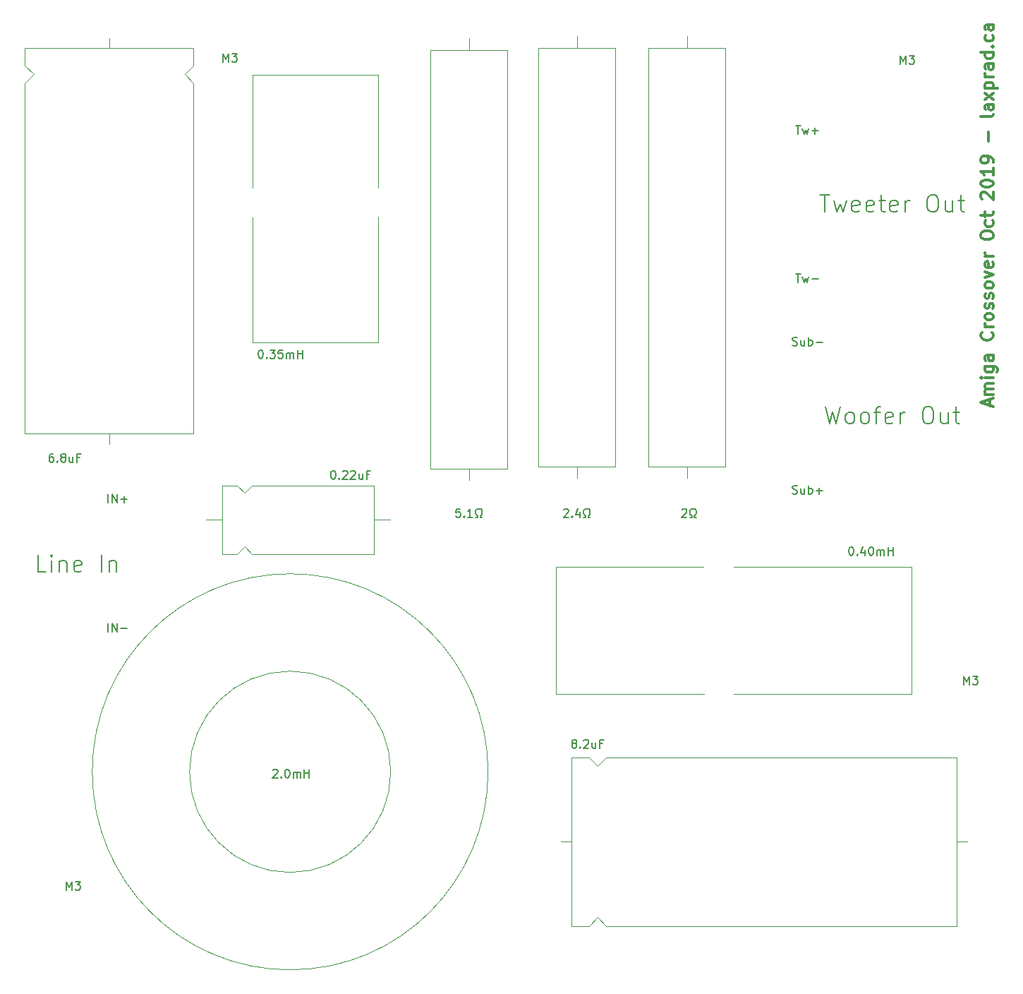
<source format=gbr>
G04 #@! TF.GenerationSoftware,KiCad,Pcbnew,(5.1.4)-1*
G04 #@! TF.CreationDate,2019-10-17T19:09:16-07:00*
G04 #@! TF.ProjectId,amiga crossover,616d6967-6120-4637-926f-73736f766572,0.2*
G04 #@! TF.SameCoordinates,Original*
G04 #@! TF.FileFunction,Legend,Top*
G04 #@! TF.FilePolarity,Positive*
%FSLAX46Y46*%
G04 Gerber Fmt 4.6, Leading zero omitted, Abs format (unit mm)*
G04 Created by KiCad (PCBNEW (5.1.4)-1) date 2019-10-17 19:09:16*
%MOMM*%
%LPD*%
G04 APERTURE LIST*
%ADD10C,0.150000*%
%ADD11C,0.300000*%
%ADD12C,0.120000*%
G04 APERTURE END LIST*
D10*
X106728095Y-89804761D02*
X105775714Y-89804761D01*
X105775714Y-87804761D01*
X107394761Y-89804761D02*
X107394761Y-88471428D01*
X107394761Y-87804761D02*
X107299523Y-87900000D01*
X107394761Y-87995238D01*
X107490000Y-87900000D01*
X107394761Y-87804761D01*
X107394761Y-87995238D01*
X108347142Y-88471428D02*
X108347142Y-89804761D01*
X108347142Y-88661904D02*
X108442380Y-88566666D01*
X108632857Y-88471428D01*
X108918571Y-88471428D01*
X109109047Y-88566666D01*
X109204285Y-88757142D01*
X109204285Y-89804761D01*
X110918571Y-89709523D02*
X110728095Y-89804761D01*
X110347142Y-89804761D01*
X110156666Y-89709523D01*
X110061428Y-89519047D01*
X110061428Y-88757142D01*
X110156666Y-88566666D01*
X110347142Y-88471428D01*
X110728095Y-88471428D01*
X110918571Y-88566666D01*
X111013809Y-88757142D01*
X111013809Y-88947619D01*
X110061428Y-89138095D01*
X113394761Y-89804761D02*
X113394761Y-87804761D01*
X114347142Y-88471428D02*
X114347142Y-89804761D01*
X114347142Y-88661904D02*
X114442380Y-88566666D01*
X114632857Y-88471428D01*
X114918571Y-88471428D01*
X115109047Y-88566666D01*
X115204285Y-88757142D01*
X115204285Y-89804761D01*
D11*
X219960000Y-69882857D02*
X219960000Y-69168571D01*
X220388571Y-70025714D02*
X218888571Y-69525714D01*
X220388571Y-69025714D01*
X220388571Y-68525714D02*
X219388571Y-68525714D01*
X219531428Y-68525714D02*
X219460000Y-68454285D01*
X219388571Y-68311428D01*
X219388571Y-68097142D01*
X219460000Y-67954285D01*
X219602857Y-67882857D01*
X220388571Y-67882857D01*
X219602857Y-67882857D02*
X219460000Y-67811428D01*
X219388571Y-67668571D01*
X219388571Y-67454285D01*
X219460000Y-67311428D01*
X219602857Y-67240000D01*
X220388571Y-67240000D01*
X220388571Y-66525714D02*
X219388571Y-66525714D01*
X218888571Y-66525714D02*
X218960000Y-66597142D01*
X219031428Y-66525714D01*
X218960000Y-66454285D01*
X218888571Y-66525714D01*
X219031428Y-66525714D01*
X219388571Y-65168571D02*
X220602857Y-65168571D01*
X220745714Y-65240000D01*
X220817142Y-65311428D01*
X220888571Y-65454285D01*
X220888571Y-65668571D01*
X220817142Y-65811428D01*
X220317142Y-65168571D02*
X220388571Y-65311428D01*
X220388571Y-65597142D01*
X220317142Y-65740000D01*
X220245714Y-65811428D01*
X220102857Y-65882857D01*
X219674285Y-65882857D01*
X219531428Y-65811428D01*
X219460000Y-65740000D01*
X219388571Y-65597142D01*
X219388571Y-65311428D01*
X219460000Y-65168571D01*
X220388571Y-63811428D02*
X219602857Y-63811428D01*
X219460000Y-63882857D01*
X219388571Y-64025714D01*
X219388571Y-64311428D01*
X219460000Y-64454285D01*
X220317142Y-63811428D02*
X220388571Y-63954285D01*
X220388571Y-64311428D01*
X220317142Y-64454285D01*
X220174285Y-64525714D01*
X220031428Y-64525714D01*
X219888571Y-64454285D01*
X219817142Y-64311428D01*
X219817142Y-63954285D01*
X219745714Y-63811428D01*
X220245714Y-61097142D02*
X220317142Y-61168571D01*
X220388571Y-61382857D01*
X220388571Y-61525714D01*
X220317142Y-61740000D01*
X220174285Y-61882857D01*
X220031428Y-61954285D01*
X219745714Y-62025714D01*
X219531428Y-62025714D01*
X219245714Y-61954285D01*
X219102857Y-61882857D01*
X218960000Y-61740000D01*
X218888571Y-61525714D01*
X218888571Y-61382857D01*
X218960000Y-61168571D01*
X219031428Y-61097142D01*
X220388571Y-60454285D02*
X219388571Y-60454285D01*
X219674285Y-60454285D02*
X219531428Y-60382857D01*
X219460000Y-60311428D01*
X219388571Y-60168571D01*
X219388571Y-60025714D01*
X220388571Y-59311428D02*
X220317142Y-59454285D01*
X220245714Y-59525714D01*
X220102857Y-59597142D01*
X219674285Y-59597142D01*
X219531428Y-59525714D01*
X219460000Y-59454285D01*
X219388571Y-59311428D01*
X219388571Y-59097142D01*
X219460000Y-58954285D01*
X219531428Y-58882857D01*
X219674285Y-58811428D01*
X220102857Y-58811428D01*
X220245714Y-58882857D01*
X220317142Y-58954285D01*
X220388571Y-59097142D01*
X220388571Y-59311428D01*
X220317142Y-58240000D02*
X220388571Y-58097142D01*
X220388571Y-57811428D01*
X220317142Y-57668571D01*
X220174285Y-57597142D01*
X220102857Y-57597142D01*
X219960000Y-57668571D01*
X219888571Y-57811428D01*
X219888571Y-58025714D01*
X219817142Y-58168571D01*
X219674285Y-58240000D01*
X219602857Y-58240000D01*
X219460000Y-58168571D01*
X219388571Y-58025714D01*
X219388571Y-57811428D01*
X219460000Y-57668571D01*
X220317142Y-57025714D02*
X220388571Y-56882857D01*
X220388571Y-56597142D01*
X220317142Y-56454285D01*
X220174285Y-56382857D01*
X220102857Y-56382857D01*
X219960000Y-56454285D01*
X219888571Y-56597142D01*
X219888571Y-56811428D01*
X219817142Y-56954285D01*
X219674285Y-57025714D01*
X219602857Y-57025714D01*
X219460000Y-56954285D01*
X219388571Y-56811428D01*
X219388571Y-56597142D01*
X219460000Y-56454285D01*
X220388571Y-55525714D02*
X220317142Y-55668571D01*
X220245714Y-55740000D01*
X220102857Y-55811428D01*
X219674285Y-55811428D01*
X219531428Y-55740000D01*
X219460000Y-55668571D01*
X219388571Y-55525714D01*
X219388571Y-55311428D01*
X219460000Y-55168571D01*
X219531428Y-55097142D01*
X219674285Y-55025714D01*
X220102857Y-55025714D01*
X220245714Y-55097142D01*
X220317142Y-55168571D01*
X220388571Y-55311428D01*
X220388571Y-55525714D01*
X219388571Y-54525714D02*
X220388571Y-54168571D01*
X219388571Y-53811428D01*
X220317142Y-52668571D02*
X220388571Y-52811428D01*
X220388571Y-53097142D01*
X220317142Y-53240000D01*
X220174285Y-53311428D01*
X219602857Y-53311428D01*
X219460000Y-53240000D01*
X219388571Y-53097142D01*
X219388571Y-52811428D01*
X219460000Y-52668571D01*
X219602857Y-52597142D01*
X219745714Y-52597142D01*
X219888571Y-53311428D01*
X220388571Y-51954285D02*
X219388571Y-51954285D01*
X219674285Y-51954285D02*
X219531428Y-51882857D01*
X219460000Y-51811428D01*
X219388571Y-51668571D01*
X219388571Y-51525714D01*
X218888571Y-49597142D02*
X218888571Y-49311428D01*
X218960000Y-49168571D01*
X219102857Y-49025714D01*
X219388571Y-48954285D01*
X219888571Y-48954285D01*
X220174285Y-49025714D01*
X220317142Y-49168571D01*
X220388571Y-49311428D01*
X220388571Y-49597142D01*
X220317142Y-49740000D01*
X220174285Y-49882857D01*
X219888571Y-49954285D01*
X219388571Y-49954285D01*
X219102857Y-49882857D01*
X218960000Y-49740000D01*
X218888571Y-49597142D01*
X220317142Y-47668571D02*
X220388571Y-47811428D01*
X220388571Y-48097142D01*
X220317142Y-48240000D01*
X220245714Y-48311428D01*
X220102857Y-48382857D01*
X219674285Y-48382857D01*
X219531428Y-48311428D01*
X219460000Y-48240000D01*
X219388571Y-48097142D01*
X219388571Y-47811428D01*
X219460000Y-47668571D01*
X219388571Y-47240000D02*
X219388571Y-46668571D01*
X218888571Y-47025714D02*
X220174285Y-47025714D01*
X220317142Y-46954285D01*
X220388571Y-46811428D01*
X220388571Y-46668571D01*
X219031428Y-45097142D02*
X218960000Y-45025714D01*
X218888571Y-44882857D01*
X218888571Y-44525714D01*
X218960000Y-44382857D01*
X219031428Y-44311428D01*
X219174285Y-44240000D01*
X219317142Y-44240000D01*
X219531428Y-44311428D01*
X220388571Y-45168571D01*
X220388571Y-44240000D01*
X218888571Y-43311428D02*
X218888571Y-43168571D01*
X218960000Y-43025714D01*
X219031428Y-42954285D01*
X219174285Y-42882857D01*
X219460000Y-42811428D01*
X219817142Y-42811428D01*
X220102857Y-42882857D01*
X220245714Y-42954285D01*
X220317142Y-43025714D01*
X220388571Y-43168571D01*
X220388571Y-43311428D01*
X220317142Y-43454285D01*
X220245714Y-43525714D01*
X220102857Y-43597142D01*
X219817142Y-43668571D01*
X219460000Y-43668571D01*
X219174285Y-43597142D01*
X219031428Y-43525714D01*
X218960000Y-43454285D01*
X218888571Y-43311428D01*
X220388571Y-41382857D02*
X220388571Y-42240000D01*
X220388571Y-41811428D02*
X218888571Y-41811428D01*
X219102857Y-41954285D01*
X219245714Y-42097142D01*
X219317142Y-42240000D01*
X220388571Y-40668571D02*
X220388571Y-40382857D01*
X220317142Y-40240000D01*
X220245714Y-40168571D01*
X220031428Y-40025714D01*
X219745714Y-39954285D01*
X219174285Y-39954285D01*
X219031428Y-40025714D01*
X218960000Y-40097142D01*
X218888571Y-40240000D01*
X218888571Y-40525714D01*
X218960000Y-40668571D01*
X219031428Y-40740000D01*
X219174285Y-40811428D01*
X219531428Y-40811428D01*
X219674285Y-40740000D01*
X219745714Y-40668571D01*
X219817142Y-40525714D01*
X219817142Y-40240000D01*
X219745714Y-40097142D01*
X219674285Y-40025714D01*
X219531428Y-39954285D01*
X219817142Y-38168571D02*
X219817142Y-37025714D01*
X220388571Y-34954285D02*
X220317142Y-35097142D01*
X220174285Y-35168571D01*
X218888571Y-35168571D01*
X220388571Y-33740000D02*
X219602857Y-33740000D01*
X219460000Y-33811428D01*
X219388571Y-33954285D01*
X219388571Y-34240000D01*
X219460000Y-34382857D01*
X220317142Y-33740000D02*
X220388571Y-33882857D01*
X220388571Y-34240000D01*
X220317142Y-34382857D01*
X220174285Y-34454285D01*
X220031428Y-34454285D01*
X219888571Y-34382857D01*
X219817142Y-34240000D01*
X219817142Y-33882857D01*
X219745714Y-33740000D01*
X220388571Y-33168571D02*
X219388571Y-32382857D01*
X219388571Y-33168571D02*
X220388571Y-32382857D01*
X219388571Y-31811428D02*
X220888571Y-31811428D01*
X219460000Y-31811428D02*
X219388571Y-31668571D01*
X219388571Y-31382857D01*
X219460000Y-31240000D01*
X219531428Y-31168571D01*
X219674285Y-31097142D01*
X220102857Y-31097142D01*
X220245714Y-31168571D01*
X220317142Y-31240000D01*
X220388571Y-31382857D01*
X220388571Y-31668571D01*
X220317142Y-31811428D01*
X220388571Y-30454285D02*
X219388571Y-30454285D01*
X219674285Y-30454285D02*
X219531428Y-30382857D01*
X219460000Y-30311428D01*
X219388571Y-30168571D01*
X219388571Y-30025714D01*
X220388571Y-28882857D02*
X219602857Y-28882857D01*
X219460000Y-28954285D01*
X219388571Y-29097142D01*
X219388571Y-29382857D01*
X219460000Y-29525714D01*
X220317142Y-28882857D02*
X220388571Y-29025714D01*
X220388571Y-29382857D01*
X220317142Y-29525714D01*
X220174285Y-29597142D01*
X220031428Y-29597142D01*
X219888571Y-29525714D01*
X219817142Y-29382857D01*
X219817142Y-29025714D01*
X219745714Y-28882857D01*
X220388571Y-27525714D02*
X218888571Y-27525714D01*
X220317142Y-27525714D02*
X220388571Y-27668571D01*
X220388571Y-27954285D01*
X220317142Y-28097142D01*
X220245714Y-28168571D01*
X220102857Y-28240000D01*
X219674285Y-28240000D01*
X219531428Y-28168571D01*
X219460000Y-28097142D01*
X219388571Y-27954285D01*
X219388571Y-27668571D01*
X219460000Y-27525714D01*
X220245714Y-26811428D02*
X220317142Y-26740000D01*
X220388571Y-26811428D01*
X220317142Y-26882857D01*
X220245714Y-26811428D01*
X220388571Y-26811428D01*
X220317142Y-25454285D02*
X220388571Y-25597142D01*
X220388571Y-25882857D01*
X220317142Y-26025714D01*
X220245714Y-26097142D01*
X220102857Y-26168571D01*
X219674285Y-26168571D01*
X219531428Y-26097142D01*
X219460000Y-26025714D01*
X219388571Y-25882857D01*
X219388571Y-25597142D01*
X219460000Y-25454285D01*
X220388571Y-24168571D02*
X219602857Y-24168571D01*
X219460000Y-24240000D01*
X219388571Y-24382857D01*
X219388571Y-24668571D01*
X219460000Y-24811428D01*
X220317142Y-24168571D02*
X220388571Y-24311428D01*
X220388571Y-24668571D01*
X220317142Y-24811428D01*
X220174285Y-24882857D01*
X220031428Y-24882857D01*
X219888571Y-24811428D01*
X219817142Y-24668571D01*
X219817142Y-24311428D01*
X219745714Y-24168571D01*
D10*
X199613333Y-44624761D02*
X200756190Y-44624761D01*
X200184761Y-46624761D02*
X200184761Y-44624761D01*
X201232380Y-45291428D02*
X201613333Y-46624761D01*
X201994285Y-45672380D01*
X202375238Y-46624761D01*
X202756190Y-45291428D01*
X204280000Y-46529523D02*
X204089523Y-46624761D01*
X203708571Y-46624761D01*
X203518095Y-46529523D01*
X203422857Y-46339047D01*
X203422857Y-45577142D01*
X203518095Y-45386666D01*
X203708571Y-45291428D01*
X204089523Y-45291428D01*
X204280000Y-45386666D01*
X204375238Y-45577142D01*
X204375238Y-45767619D01*
X203422857Y-45958095D01*
X205994285Y-46529523D02*
X205803809Y-46624761D01*
X205422857Y-46624761D01*
X205232380Y-46529523D01*
X205137142Y-46339047D01*
X205137142Y-45577142D01*
X205232380Y-45386666D01*
X205422857Y-45291428D01*
X205803809Y-45291428D01*
X205994285Y-45386666D01*
X206089523Y-45577142D01*
X206089523Y-45767619D01*
X205137142Y-45958095D01*
X206660952Y-45291428D02*
X207422857Y-45291428D01*
X206946666Y-44624761D02*
X206946666Y-46339047D01*
X207041904Y-46529523D01*
X207232380Y-46624761D01*
X207422857Y-46624761D01*
X208851428Y-46529523D02*
X208660952Y-46624761D01*
X208280000Y-46624761D01*
X208089523Y-46529523D01*
X207994285Y-46339047D01*
X207994285Y-45577142D01*
X208089523Y-45386666D01*
X208280000Y-45291428D01*
X208660952Y-45291428D01*
X208851428Y-45386666D01*
X208946666Y-45577142D01*
X208946666Y-45767619D01*
X207994285Y-45958095D01*
X209803809Y-46624761D02*
X209803809Y-45291428D01*
X209803809Y-45672380D02*
X209899047Y-45481904D01*
X209994285Y-45386666D01*
X210184761Y-45291428D01*
X210375238Y-45291428D01*
X212946666Y-44624761D02*
X213327619Y-44624761D01*
X213518095Y-44720000D01*
X213708571Y-44910476D01*
X213803809Y-45291428D01*
X213803809Y-45958095D01*
X213708571Y-46339047D01*
X213518095Y-46529523D01*
X213327619Y-46624761D01*
X212946666Y-46624761D01*
X212756190Y-46529523D01*
X212565714Y-46339047D01*
X212470476Y-45958095D01*
X212470476Y-45291428D01*
X212565714Y-44910476D01*
X212756190Y-44720000D01*
X212946666Y-44624761D01*
X215518095Y-45291428D02*
X215518095Y-46624761D01*
X214660952Y-45291428D02*
X214660952Y-46339047D01*
X214756190Y-46529523D01*
X214946666Y-46624761D01*
X215232380Y-46624761D01*
X215422857Y-46529523D01*
X215518095Y-46434285D01*
X216184761Y-45291428D02*
X216946666Y-45291428D01*
X216470476Y-44624761D02*
X216470476Y-46339047D01*
X216565714Y-46529523D01*
X216756190Y-46624761D01*
X216946666Y-46624761D01*
X200280000Y-70024761D02*
X200756190Y-72024761D01*
X201137142Y-70596190D01*
X201518095Y-72024761D01*
X201994285Y-70024761D01*
X203041904Y-72024761D02*
X202851428Y-71929523D01*
X202756190Y-71834285D01*
X202660952Y-71643809D01*
X202660952Y-71072380D01*
X202756190Y-70881904D01*
X202851428Y-70786666D01*
X203041904Y-70691428D01*
X203327619Y-70691428D01*
X203518095Y-70786666D01*
X203613333Y-70881904D01*
X203708571Y-71072380D01*
X203708571Y-71643809D01*
X203613333Y-71834285D01*
X203518095Y-71929523D01*
X203327619Y-72024761D01*
X203041904Y-72024761D01*
X204851428Y-72024761D02*
X204660952Y-71929523D01*
X204565714Y-71834285D01*
X204470476Y-71643809D01*
X204470476Y-71072380D01*
X204565714Y-70881904D01*
X204660952Y-70786666D01*
X204851428Y-70691428D01*
X205137142Y-70691428D01*
X205327619Y-70786666D01*
X205422857Y-70881904D01*
X205518095Y-71072380D01*
X205518095Y-71643809D01*
X205422857Y-71834285D01*
X205327619Y-71929523D01*
X205137142Y-72024761D01*
X204851428Y-72024761D01*
X206089523Y-70691428D02*
X206851428Y-70691428D01*
X206375238Y-72024761D02*
X206375238Y-70310476D01*
X206470476Y-70120000D01*
X206660952Y-70024761D01*
X206851428Y-70024761D01*
X208280000Y-71929523D02*
X208089523Y-72024761D01*
X207708571Y-72024761D01*
X207518095Y-71929523D01*
X207422857Y-71739047D01*
X207422857Y-70977142D01*
X207518095Y-70786666D01*
X207708571Y-70691428D01*
X208089523Y-70691428D01*
X208280000Y-70786666D01*
X208375238Y-70977142D01*
X208375238Y-71167619D01*
X207422857Y-71358095D01*
X209232380Y-72024761D02*
X209232380Y-70691428D01*
X209232380Y-71072380D02*
X209327619Y-70881904D01*
X209422857Y-70786666D01*
X209613333Y-70691428D01*
X209803809Y-70691428D01*
X212375238Y-70024761D02*
X212756190Y-70024761D01*
X212946666Y-70120000D01*
X213137142Y-70310476D01*
X213232380Y-70691428D01*
X213232380Y-71358095D01*
X213137142Y-71739047D01*
X212946666Y-71929523D01*
X212756190Y-72024761D01*
X212375238Y-72024761D01*
X212184761Y-71929523D01*
X211994285Y-71739047D01*
X211899047Y-71358095D01*
X211899047Y-70691428D01*
X211994285Y-70310476D01*
X212184761Y-70120000D01*
X212375238Y-70024761D01*
X214946666Y-70691428D02*
X214946666Y-72024761D01*
X214089523Y-70691428D02*
X214089523Y-71739047D01*
X214184761Y-71929523D01*
X214375238Y-72024761D01*
X214660952Y-72024761D01*
X214851428Y-71929523D01*
X214946666Y-71834285D01*
X215613333Y-70691428D02*
X216375238Y-70691428D01*
X215899047Y-70024761D02*
X215899047Y-71739047D01*
X215994285Y-71929523D01*
X216184761Y-72024761D01*
X216375238Y-72024761D01*
D12*
X217238000Y-122174000D02*
X215998000Y-122174000D01*
X168518000Y-122174000D02*
X169758000Y-122174000D01*
X173958000Y-132294000D02*
X215998000Y-132294000D01*
X172908000Y-131244000D02*
X173958000Y-132294000D01*
X171858000Y-132294000D02*
X172908000Y-131244000D01*
X169758000Y-132294000D02*
X171858000Y-132294000D01*
X173958000Y-112054000D02*
X215998000Y-112054000D01*
X172908000Y-113104000D02*
X173958000Y-112054000D01*
X171858000Y-112054000D02*
X172908000Y-113104000D01*
X169758000Y-112054000D02*
X171858000Y-112054000D01*
X215998000Y-112054000D02*
X215998000Y-132294000D01*
X169758000Y-112054000D02*
X169758000Y-132294000D01*
X148020000Y-83566000D02*
X146080000Y-83566000D01*
X125900000Y-83566000D02*
X127840000Y-83566000D01*
X131440000Y-87686000D02*
X146080000Y-87686000D01*
X130540000Y-86786000D02*
X131440000Y-87686000D01*
X129640000Y-87686000D02*
X130540000Y-86786000D01*
X127840000Y-87686000D02*
X129640000Y-87686000D01*
X131440000Y-79446000D02*
X146080000Y-79446000D01*
X130540000Y-80346000D02*
X131440000Y-79446000D01*
X129640000Y-79446000D02*
X130540000Y-80346000D01*
X127840000Y-79446000D02*
X129640000Y-79446000D01*
X146080000Y-79446000D02*
X146080000Y-87686000D01*
X127840000Y-79446000D02*
X127840000Y-87686000D01*
X114300000Y-74490000D02*
X114300000Y-73250000D01*
X114300000Y-25770000D02*
X114300000Y-27010000D01*
X104180000Y-31210000D02*
X104180000Y-73250000D01*
X105230000Y-30160000D02*
X104180000Y-31210000D01*
X104180000Y-29110000D02*
X105230000Y-30160000D01*
X104180000Y-27010000D02*
X104180000Y-29110000D01*
X124420000Y-31210000D02*
X124420000Y-73250000D01*
X123370000Y-30160000D02*
X124420000Y-31210000D01*
X124420000Y-29110000D02*
X123370000Y-30160000D01*
X124420000Y-27010000D02*
X124420000Y-29110000D01*
X124420000Y-73250000D02*
X104180000Y-73250000D01*
X124420000Y-27010000D02*
X104180000Y-27010000D01*
X148087543Y-113792000D02*
G75*
G03X148087543Y-113792000I-12071543J0D01*
G01*
X159766000Y-113792000D02*
G75*
G03X159766000Y-113792000I-23750000J0D01*
G01*
X131472800Y-43738800D02*
X131472800Y-30183600D01*
X131472800Y-62331600D02*
X131472800Y-47294800D01*
X131472800Y-30183600D02*
X146558000Y-30183600D01*
X146558000Y-62331600D02*
X131472800Y-62331600D01*
X146558000Y-30183600D02*
X146558000Y-43789600D01*
X146558000Y-62331600D02*
X146558000Y-47193200D01*
X167944800Y-104343200D02*
X167944800Y-89204800D01*
X210572000Y-104434000D02*
X210572000Y-89204800D01*
X185667000Y-104434000D02*
X167944800Y-104434000D01*
X210572000Y-104434000D02*
X189237000Y-104434000D01*
X167944800Y-89204800D02*
X185623200Y-89204800D01*
X210566000Y-89204800D02*
X189280800Y-89204800D01*
X170434000Y-25570000D02*
X170434000Y-26950000D01*
X170434000Y-78570000D02*
X170434000Y-77190000D01*
X165814000Y-26950000D02*
X165814000Y-77190000D01*
X175054000Y-26950000D02*
X165814000Y-26950000D01*
X175054000Y-77190000D02*
X175054000Y-26950000D01*
X165814000Y-77190000D02*
X175054000Y-77190000D01*
X183642000Y-25570000D02*
X183642000Y-26950000D01*
X183642000Y-78570000D02*
X183642000Y-77190000D01*
X179022000Y-26950000D02*
X179022000Y-77190000D01*
X188262000Y-26950000D02*
X179022000Y-26950000D01*
X188262000Y-77190000D02*
X188262000Y-26950000D01*
X179022000Y-77190000D02*
X188262000Y-77190000D01*
X157480000Y-25824000D02*
X157480000Y-27204000D01*
X157480000Y-78824000D02*
X157480000Y-77444000D01*
X152860000Y-27204000D02*
X152860000Y-77444000D01*
X162100000Y-27204000D02*
X152860000Y-27204000D01*
X162100000Y-77444000D02*
X162100000Y-27204000D01*
X152860000Y-77444000D02*
X162100000Y-77444000D01*
D10*
X170013523Y-110370952D02*
X169918285Y-110323333D01*
X169870666Y-110275714D01*
X169823047Y-110180476D01*
X169823047Y-110132857D01*
X169870666Y-110037619D01*
X169918285Y-109990000D01*
X170013523Y-109942380D01*
X170204000Y-109942380D01*
X170299238Y-109990000D01*
X170346857Y-110037619D01*
X170394476Y-110132857D01*
X170394476Y-110180476D01*
X170346857Y-110275714D01*
X170299238Y-110323333D01*
X170204000Y-110370952D01*
X170013523Y-110370952D01*
X169918285Y-110418571D01*
X169870666Y-110466190D01*
X169823047Y-110561428D01*
X169823047Y-110751904D01*
X169870666Y-110847142D01*
X169918285Y-110894761D01*
X170013523Y-110942380D01*
X170204000Y-110942380D01*
X170299238Y-110894761D01*
X170346857Y-110847142D01*
X170394476Y-110751904D01*
X170394476Y-110561428D01*
X170346857Y-110466190D01*
X170299238Y-110418571D01*
X170204000Y-110370952D01*
X170823047Y-110847142D02*
X170870666Y-110894761D01*
X170823047Y-110942380D01*
X170775428Y-110894761D01*
X170823047Y-110847142D01*
X170823047Y-110942380D01*
X171251619Y-110037619D02*
X171299238Y-109990000D01*
X171394476Y-109942380D01*
X171632571Y-109942380D01*
X171727809Y-109990000D01*
X171775428Y-110037619D01*
X171823047Y-110132857D01*
X171823047Y-110228095D01*
X171775428Y-110370952D01*
X171204000Y-110942380D01*
X171823047Y-110942380D01*
X172680190Y-110275714D02*
X172680190Y-110942380D01*
X172251619Y-110275714D02*
X172251619Y-110799523D01*
X172299238Y-110894761D01*
X172394476Y-110942380D01*
X172537333Y-110942380D01*
X172632571Y-110894761D01*
X172680190Y-110847142D01*
X173489714Y-110418571D02*
X173156380Y-110418571D01*
X173156380Y-110942380D02*
X173156380Y-109942380D01*
X173632571Y-109942380D01*
X141136952Y-77684380D02*
X141232190Y-77684380D01*
X141327428Y-77732000D01*
X141375047Y-77779619D01*
X141422666Y-77874857D01*
X141470285Y-78065333D01*
X141470285Y-78303428D01*
X141422666Y-78493904D01*
X141375047Y-78589142D01*
X141327428Y-78636761D01*
X141232190Y-78684380D01*
X141136952Y-78684380D01*
X141041714Y-78636761D01*
X140994095Y-78589142D01*
X140946476Y-78493904D01*
X140898857Y-78303428D01*
X140898857Y-78065333D01*
X140946476Y-77874857D01*
X140994095Y-77779619D01*
X141041714Y-77732000D01*
X141136952Y-77684380D01*
X141898857Y-78589142D02*
X141946476Y-78636761D01*
X141898857Y-78684380D01*
X141851238Y-78636761D01*
X141898857Y-78589142D01*
X141898857Y-78684380D01*
X142327428Y-77779619D02*
X142375047Y-77732000D01*
X142470285Y-77684380D01*
X142708380Y-77684380D01*
X142803619Y-77732000D01*
X142851238Y-77779619D01*
X142898857Y-77874857D01*
X142898857Y-77970095D01*
X142851238Y-78112952D01*
X142279809Y-78684380D01*
X142898857Y-78684380D01*
X143279809Y-77779619D02*
X143327428Y-77732000D01*
X143422666Y-77684380D01*
X143660761Y-77684380D01*
X143756000Y-77732000D01*
X143803619Y-77779619D01*
X143851238Y-77874857D01*
X143851238Y-77970095D01*
X143803619Y-78112952D01*
X143232190Y-78684380D01*
X143851238Y-78684380D01*
X144708380Y-78017714D02*
X144708380Y-78684380D01*
X144279809Y-78017714D02*
X144279809Y-78541523D01*
X144327428Y-78636761D01*
X144422666Y-78684380D01*
X144565523Y-78684380D01*
X144660761Y-78636761D01*
X144708380Y-78589142D01*
X145517904Y-78160571D02*
X145184571Y-78160571D01*
X145184571Y-78684380D02*
X145184571Y-77684380D01*
X145660761Y-77684380D01*
X107561238Y-75652380D02*
X107370761Y-75652380D01*
X107275523Y-75700000D01*
X107227904Y-75747619D01*
X107132666Y-75890476D01*
X107085047Y-76080952D01*
X107085047Y-76461904D01*
X107132666Y-76557142D01*
X107180285Y-76604761D01*
X107275523Y-76652380D01*
X107466000Y-76652380D01*
X107561238Y-76604761D01*
X107608857Y-76557142D01*
X107656476Y-76461904D01*
X107656476Y-76223809D01*
X107608857Y-76128571D01*
X107561238Y-76080952D01*
X107466000Y-76033333D01*
X107275523Y-76033333D01*
X107180285Y-76080952D01*
X107132666Y-76128571D01*
X107085047Y-76223809D01*
X108085047Y-76557142D02*
X108132666Y-76604761D01*
X108085047Y-76652380D01*
X108037428Y-76604761D01*
X108085047Y-76557142D01*
X108085047Y-76652380D01*
X108704095Y-76080952D02*
X108608857Y-76033333D01*
X108561238Y-75985714D01*
X108513619Y-75890476D01*
X108513619Y-75842857D01*
X108561238Y-75747619D01*
X108608857Y-75700000D01*
X108704095Y-75652380D01*
X108894571Y-75652380D01*
X108989809Y-75700000D01*
X109037428Y-75747619D01*
X109085047Y-75842857D01*
X109085047Y-75890476D01*
X109037428Y-75985714D01*
X108989809Y-76033333D01*
X108894571Y-76080952D01*
X108704095Y-76080952D01*
X108608857Y-76128571D01*
X108561238Y-76176190D01*
X108513619Y-76271428D01*
X108513619Y-76461904D01*
X108561238Y-76557142D01*
X108608857Y-76604761D01*
X108704095Y-76652380D01*
X108894571Y-76652380D01*
X108989809Y-76604761D01*
X109037428Y-76557142D01*
X109085047Y-76461904D01*
X109085047Y-76271428D01*
X109037428Y-76176190D01*
X108989809Y-76128571D01*
X108894571Y-76080952D01*
X109942190Y-75985714D02*
X109942190Y-76652380D01*
X109513619Y-75985714D02*
X109513619Y-76509523D01*
X109561238Y-76604761D01*
X109656476Y-76652380D01*
X109799333Y-76652380D01*
X109894571Y-76604761D01*
X109942190Y-76557142D01*
X110751714Y-76128571D02*
X110418380Y-76128571D01*
X110418380Y-76652380D02*
X110418380Y-75652380D01*
X110894571Y-75652380D01*
X127968476Y-28646380D02*
X127968476Y-27646380D01*
X128301809Y-28360666D01*
X128635142Y-27646380D01*
X128635142Y-28646380D01*
X129016095Y-27646380D02*
X129635142Y-27646380D01*
X129301809Y-28027333D01*
X129444666Y-28027333D01*
X129539904Y-28074952D01*
X129587523Y-28122571D01*
X129635142Y-28217809D01*
X129635142Y-28455904D01*
X129587523Y-28551142D01*
X129539904Y-28598761D01*
X129444666Y-28646380D01*
X129158952Y-28646380D01*
X129063714Y-28598761D01*
X129016095Y-28551142D01*
X109172476Y-127960380D02*
X109172476Y-126960380D01*
X109505809Y-127674666D01*
X109839142Y-126960380D01*
X109839142Y-127960380D01*
X110220095Y-126960380D02*
X110839142Y-126960380D01*
X110505809Y-127341333D01*
X110648666Y-127341333D01*
X110743904Y-127388952D01*
X110791523Y-127436571D01*
X110839142Y-127531809D01*
X110839142Y-127769904D01*
X110791523Y-127865142D01*
X110743904Y-127912761D01*
X110648666Y-127960380D01*
X110362952Y-127960380D01*
X110267714Y-127912761D01*
X110220095Y-127865142D01*
X209248476Y-28900380D02*
X209248476Y-27900380D01*
X209581809Y-28614666D01*
X209915142Y-27900380D01*
X209915142Y-28900380D01*
X210296095Y-27900380D02*
X210915142Y-27900380D01*
X210581809Y-28281333D01*
X210724666Y-28281333D01*
X210819904Y-28328952D01*
X210867523Y-28376571D01*
X210915142Y-28471809D01*
X210915142Y-28709904D01*
X210867523Y-28805142D01*
X210819904Y-28852761D01*
X210724666Y-28900380D01*
X210438952Y-28900380D01*
X210343714Y-28852761D01*
X210296095Y-28805142D01*
X216868476Y-103322380D02*
X216868476Y-102322380D01*
X217201809Y-103036666D01*
X217535142Y-102322380D01*
X217535142Y-103322380D01*
X217916095Y-102322380D02*
X218535142Y-102322380D01*
X218201809Y-102703333D01*
X218344666Y-102703333D01*
X218439904Y-102750952D01*
X218487523Y-102798571D01*
X218535142Y-102893809D01*
X218535142Y-103131904D01*
X218487523Y-103227142D01*
X218439904Y-103274761D01*
X218344666Y-103322380D01*
X218058952Y-103322380D01*
X217963714Y-103274761D01*
X217916095Y-103227142D01*
X133953523Y-113593619D02*
X134001142Y-113546000D01*
X134096380Y-113498380D01*
X134334476Y-113498380D01*
X134429714Y-113546000D01*
X134477333Y-113593619D01*
X134524952Y-113688857D01*
X134524952Y-113784095D01*
X134477333Y-113926952D01*
X133905904Y-114498380D01*
X134524952Y-114498380D01*
X134953523Y-114403142D02*
X135001142Y-114450761D01*
X134953523Y-114498380D01*
X134905904Y-114450761D01*
X134953523Y-114403142D01*
X134953523Y-114498380D01*
X135620190Y-113498380D02*
X135715428Y-113498380D01*
X135810666Y-113546000D01*
X135858285Y-113593619D01*
X135905904Y-113688857D01*
X135953523Y-113879333D01*
X135953523Y-114117428D01*
X135905904Y-114307904D01*
X135858285Y-114403142D01*
X135810666Y-114450761D01*
X135715428Y-114498380D01*
X135620190Y-114498380D01*
X135524952Y-114450761D01*
X135477333Y-114403142D01*
X135429714Y-114307904D01*
X135382095Y-114117428D01*
X135382095Y-113879333D01*
X135429714Y-113688857D01*
X135477333Y-113593619D01*
X135524952Y-113546000D01*
X135620190Y-113498380D01*
X136382095Y-114498380D02*
X136382095Y-113831714D01*
X136382095Y-113926952D02*
X136429714Y-113879333D01*
X136524952Y-113831714D01*
X136667809Y-113831714D01*
X136763047Y-113879333D01*
X136810666Y-113974571D01*
X136810666Y-114498380D01*
X136810666Y-113974571D02*
X136858285Y-113879333D01*
X136953523Y-113831714D01*
X137096380Y-113831714D01*
X137191619Y-113879333D01*
X137239238Y-113974571D01*
X137239238Y-114498380D01*
X137715428Y-114498380D02*
X137715428Y-113498380D01*
X137715428Y-113974571D02*
X138286857Y-113974571D01*
X138286857Y-114498380D02*
X138286857Y-113498380D01*
X132445428Y-63206380D02*
X132540666Y-63206380D01*
X132635904Y-63254000D01*
X132683523Y-63301619D01*
X132731142Y-63396857D01*
X132778761Y-63587333D01*
X132778761Y-63825428D01*
X132731142Y-64015904D01*
X132683523Y-64111142D01*
X132635904Y-64158761D01*
X132540666Y-64206380D01*
X132445428Y-64206380D01*
X132350190Y-64158761D01*
X132302571Y-64111142D01*
X132254952Y-64015904D01*
X132207333Y-63825428D01*
X132207333Y-63587333D01*
X132254952Y-63396857D01*
X132302571Y-63301619D01*
X132350190Y-63254000D01*
X132445428Y-63206380D01*
X133207333Y-64111142D02*
X133254952Y-64158761D01*
X133207333Y-64206380D01*
X133159714Y-64158761D01*
X133207333Y-64111142D01*
X133207333Y-64206380D01*
X133588285Y-63206380D02*
X134207333Y-63206380D01*
X133874000Y-63587333D01*
X134016857Y-63587333D01*
X134112095Y-63634952D01*
X134159714Y-63682571D01*
X134207333Y-63777809D01*
X134207333Y-64015904D01*
X134159714Y-64111142D01*
X134112095Y-64158761D01*
X134016857Y-64206380D01*
X133731142Y-64206380D01*
X133635904Y-64158761D01*
X133588285Y-64111142D01*
X135112095Y-63206380D02*
X134635904Y-63206380D01*
X134588285Y-63682571D01*
X134635904Y-63634952D01*
X134731142Y-63587333D01*
X134969238Y-63587333D01*
X135064476Y-63634952D01*
X135112095Y-63682571D01*
X135159714Y-63777809D01*
X135159714Y-64015904D01*
X135112095Y-64111142D01*
X135064476Y-64158761D01*
X134969238Y-64206380D01*
X134731142Y-64206380D01*
X134635904Y-64158761D01*
X134588285Y-64111142D01*
X135588285Y-64206380D02*
X135588285Y-63539714D01*
X135588285Y-63634952D02*
X135635904Y-63587333D01*
X135731142Y-63539714D01*
X135874000Y-63539714D01*
X135969238Y-63587333D01*
X136016857Y-63682571D01*
X136016857Y-64206380D01*
X136016857Y-63682571D02*
X136064476Y-63587333D01*
X136159714Y-63539714D01*
X136302571Y-63539714D01*
X136397809Y-63587333D01*
X136445428Y-63682571D01*
X136445428Y-64206380D01*
X136921619Y-64206380D02*
X136921619Y-63206380D01*
X136921619Y-63682571D02*
X137493047Y-63682571D01*
X137493047Y-64206380D02*
X137493047Y-63206380D01*
X203311428Y-86828380D02*
X203406666Y-86828380D01*
X203501904Y-86876000D01*
X203549523Y-86923619D01*
X203597142Y-87018857D01*
X203644761Y-87209333D01*
X203644761Y-87447428D01*
X203597142Y-87637904D01*
X203549523Y-87733142D01*
X203501904Y-87780761D01*
X203406666Y-87828380D01*
X203311428Y-87828380D01*
X203216190Y-87780761D01*
X203168571Y-87733142D01*
X203120952Y-87637904D01*
X203073333Y-87447428D01*
X203073333Y-87209333D01*
X203120952Y-87018857D01*
X203168571Y-86923619D01*
X203216190Y-86876000D01*
X203311428Y-86828380D01*
X204073333Y-87733142D02*
X204120952Y-87780761D01*
X204073333Y-87828380D01*
X204025714Y-87780761D01*
X204073333Y-87733142D01*
X204073333Y-87828380D01*
X204978095Y-87161714D02*
X204978095Y-87828380D01*
X204740000Y-86780761D02*
X204501904Y-87495047D01*
X205120952Y-87495047D01*
X205692380Y-86828380D02*
X205787619Y-86828380D01*
X205882857Y-86876000D01*
X205930476Y-86923619D01*
X205978095Y-87018857D01*
X206025714Y-87209333D01*
X206025714Y-87447428D01*
X205978095Y-87637904D01*
X205930476Y-87733142D01*
X205882857Y-87780761D01*
X205787619Y-87828380D01*
X205692380Y-87828380D01*
X205597142Y-87780761D01*
X205549523Y-87733142D01*
X205501904Y-87637904D01*
X205454285Y-87447428D01*
X205454285Y-87209333D01*
X205501904Y-87018857D01*
X205549523Y-86923619D01*
X205597142Y-86876000D01*
X205692380Y-86828380D01*
X206454285Y-87828380D02*
X206454285Y-87161714D01*
X206454285Y-87256952D02*
X206501904Y-87209333D01*
X206597142Y-87161714D01*
X206740000Y-87161714D01*
X206835238Y-87209333D01*
X206882857Y-87304571D01*
X206882857Y-87828380D01*
X206882857Y-87304571D02*
X206930476Y-87209333D01*
X207025714Y-87161714D01*
X207168571Y-87161714D01*
X207263809Y-87209333D01*
X207311428Y-87304571D01*
X207311428Y-87828380D01*
X207787619Y-87828380D02*
X207787619Y-86828380D01*
X207787619Y-87304571D02*
X208359047Y-87304571D01*
X208359047Y-87828380D02*
X208359047Y-86828380D01*
X196310476Y-62634761D02*
X196453333Y-62682380D01*
X196691428Y-62682380D01*
X196786666Y-62634761D01*
X196834285Y-62587142D01*
X196881904Y-62491904D01*
X196881904Y-62396666D01*
X196834285Y-62301428D01*
X196786666Y-62253809D01*
X196691428Y-62206190D01*
X196500952Y-62158571D01*
X196405714Y-62110952D01*
X196358095Y-62063333D01*
X196310476Y-61968095D01*
X196310476Y-61872857D01*
X196358095Y-61777619D01*
X196405714Y-61730000D01*
X196500952Y-61682380D01*
X196739047Y-61682380D01*
X196881904Y-61730000D01*
X197739047Y-62015714D02*
X197739047Y-62682380D01*
X197310476Y-62015714D02*
X197310476Y-62539523D01*
X197358095Y-62634761D01*
X197453333Y-62682380D01*
X197596190Y-62682380D01*
X197691428Y-62634761D01*
X197739047Y-62587142D01*
X198215238Y-62682380D02*
X198215238Y-61682380D01*
X198215238Y-62063333D02*
X198310476Y-62015714D01*
X198500952Y-62015714D01*
X198596190Y-62063333D01*
X198643809Y-62110952D01*
X198691428Y-62206190D01*
X198691428Y-62491904D01*
X198643809Y-62587142D01*
X198596190Y-62634761D01*
X198500952Y-62682380D01*
X198310476Y-62682380D01*
X198215238Y-62634761D01*
X199120000Y-62301428D02*
X199881904Y-62301428D01*
X196310476Y-80414761D02*
X196453333Y-80462380D01*
X196691428Y-80462380D01*
X196786666Y-80414761D01*
X196834285Y-80367142D01*
X196881904Y-80271904D01*
X196881904Y-80176666D01*
X196834285Y-80081428D01*
X196786666Y-80033809D01*
X196691428Y-79986190D01*
X196500952Y-79938571D01*
X196405714Y-79890952D01*
X196358095Y-79843333D01*
X196310476Y-79748095D01*
X196310476Y-79652857D01*
X196358095Y-79557619D01*
X196405714Y-79510000D01*
X196500952Y-79462380D01*
X196739047Y-79462380D01*
X196881904Y-79510000D01*
X197739047Y-79795714D02*
X197739047Y-80462380D01*
X197310476Y-79795714D02*
X197310476Y-80319523D01*
X197358095Y-80414761D01*
X197453333Y-80462380D01*
X197596190Y-80462380D01*
X197691428Y-80414761D01*
X197739047Y-80367142D01*
X198215238Y-80462380D02*
X198215238Y-79462380D01*
X198215238Y-79843333D02*
X198310476Y-79795714D01*
X198500952Y-79795714D01*
X198596190Y-79843333D01*
X198643809Y-79890952D01*
X198691428Y-79986190D01*
X198691428Y-80271904D01*
X198643809Y-80367142D01*
X198596190Y-80414761D01*
X198500952Y-80462380D01*
X198310476Y-80462380D01*
X198215238Y-80414761D01*
X199120000Y-80081428D02*
X199881904Y-80081428D01*
X199500952Y-80462380D02*
X199500952Y-79700476D01*
X196691428Y-54062380D02*
X197262857Y-54062380D01*
X196977142Y-55062380D02*
X196977142Y-54062380D01*
X197500952Y-54395714D02*
X197691428Y-55062380D01*
X197881904Y-54586190D01*
X198072380Y-55062380D01*
X198262857Y-54395714D01*
X198643809Y-54681428D02*
X199405714Y-54681428D01*
X196691428Y-36282380D02*
X197262857Y-36282380D01*
X196977142Y-37282380D02*
X196977142Y-36282380D01*
X197500952Y-36615714D02*
X197691428Y-37282380D01*
X197881904Y-36806190D01*
X198072380Y-37282380D01*
X198262857Y-36615714D01*
X198643809Y-36901428D02*
X199405714Y-36901428D01*
X199024761Y-37282380D02*
X199024761Y-36520476D01*
X114173142Y-96972380D02*
X114173142Y-95972380D01*
X114649333Y-96972380D02*
X114649333Y-95972380D01*
X115220761Y-96972380D01*
X115220761Y-95972380D01*
X115696952Y-96591428D02*
X116458857Y-96591428D01*
X114173142Y-81478380D02*
X114173142Y-80478380D01*
X114649333Y-81478380D02*
X114649333Y-80478380D01*
X115220761Y-81478380D01*
X115220761Y-80478380D01*
X115696952Y-81097428D02*
X116458857Y-81097428D01*
X116077904Y-81478380D02*
X116077904Y-80716476D01*
X168862571Y-82351619D02*
X168910190Y-82304000D01*
X169005428Y-82256380D01*
X169243523Y-82256380D01*
X169338761Y-82304000D01*
X169386380Y-82351619D01*
X169434000Y-82446857D01*
X169434000Y-82542095D01*
X169386380Y-82684952D01*
X168814952Y-83256380D01*
X169434000Y-83256380D01*
X169862571Y-83161142D02*
X169910190Y-83208761D01*
X169862571Y-83256380D01*
X169814952Y-83208761D01*
X169862571Y-83161142D01*
X169862571Y-83256380D01*
X170767333Y-82589714D02*
X170767333Y-83256380D01*
X170529238Y-82208761D02*
X170291142Y-82923047D01*
X170910190Y-82923047D01*
X171243523Y-83256380D02*
X171481619Y-83256380D01*
X171481619Y-83065904D01*
X171386380Y-83018285D01*
X171291142Y-82923047D01*
X171243523Y-82780190D01*
X171243523Y-82542095D01*
X171291142Y-82399238D01*
X171386380Y-82304000D01*
X171529238Y-82256380D01*
X171719714Y-82256380D01*
X171862571Y-82304000D01*
X171957809Y-82399238D01*
X172005428Y-82542095D01*
X172005428Y-82780190D01*
X171957809Y-82923047D01*
X171862571Y-83018285D01*
X171767333Y-83065904D01*
X171767333Y-83256380D01*
X172005428Y-83256380D01*
X183038857Y-82351619D02*
X183086476Y-82304000D01*
X183181714Y-82256380D01*
X183419809Y-82256380D01*
X183515047Y-82304000D01*
X183562666Y-82351619D01*
X183610285Y-82446857D01*
X183610285Y-82542095D01*
X183562666Y-82684952D01*
X182991238Y-83256380D01*
X183610285Y-83256380D01*
X183991238Y-83256380D02*
X184229333Y-83256380D01*
X184229333Y-83065904D01*
X184134095Y-83018285D01*
X184038857Y-82923047D01*
X183991238Y-82780190D01*
X183991238Y-82542095D01*
X184038857Y-82399238D01*
X184134095Y-82304000D01*
X184276952Y-82256380D01*
X184467428Y-82256380D01*
X184610285Y-82304000D01*
X184705523Y-82399238D01*
X184753142Y-82542095D01*
X184753142Y-82780190D01*
X184705523Y-82923047D01*
X184610285Y-83018285D01*
X184515047Y-83065904D01*
X184515047Y-83256380D01*
X184753142Y-83256380D01*
X156432380Y-82256380D02*
X155956190Y-82256380D01*
X155908571Y-82732571D01*
X155956190Y-82684952D01*
X156051428Y-82637333D01*
X156289523Y-82637333D01*
X156384761Y-82684952D01*
X156432380Y-82732571D01*
X156480000Y-82827809D01*
X156480000Y-83065904D01*
X156432380Y-83161142D01*
X156384761Y-83208761D01*
X156289523Y-83256380D01*
X156051428Y-83256380D01*
X155956190Y-83208761D01*
X155908571Y-83161142D01*
X156908571Y-83161142D02*
X156956190Y-83208761D01*
X156908571Y-83256380D01*
X156860952Y-83208761D01*
X156908571Y-83161142D01*
X156908571Y-83256380D01*
X157908571Y-83256380D02*
X157337142Y-83256380D01*
X157622857Y-83256380D02*
X157622857Y-82256380D01*
X157527619Y-82399238D01*
X157432380Y-82494476D01*
X157337142Y-82542095D01*
X158289523Y-83256380D02*
X158527619Y-83256380D01*
X158527619Y-83065904D01*
X158432380Y-83018285D01*
X158337142Y-82923047D01*
X158289523Y-82780190D01*
X158289523Y-82542095D01*
X158337142Y-82399238D01*
X158432380Y-82304000D01*
X158575238Y-82256380D01*
X158765714Y-82256380D01*
X158908571Y-82304000D01*
X159003809Y-82399238D01*
X159051428Y-82542095D01*
X159051428Y-82780190D01*
X159003809Y-82923047D01*
X158908571Y-83018285D01*
X158813333Y-83065904D01*
X158813333Y-83256380D01*
X159051428Y-83256380D01*
M02*

</source>
